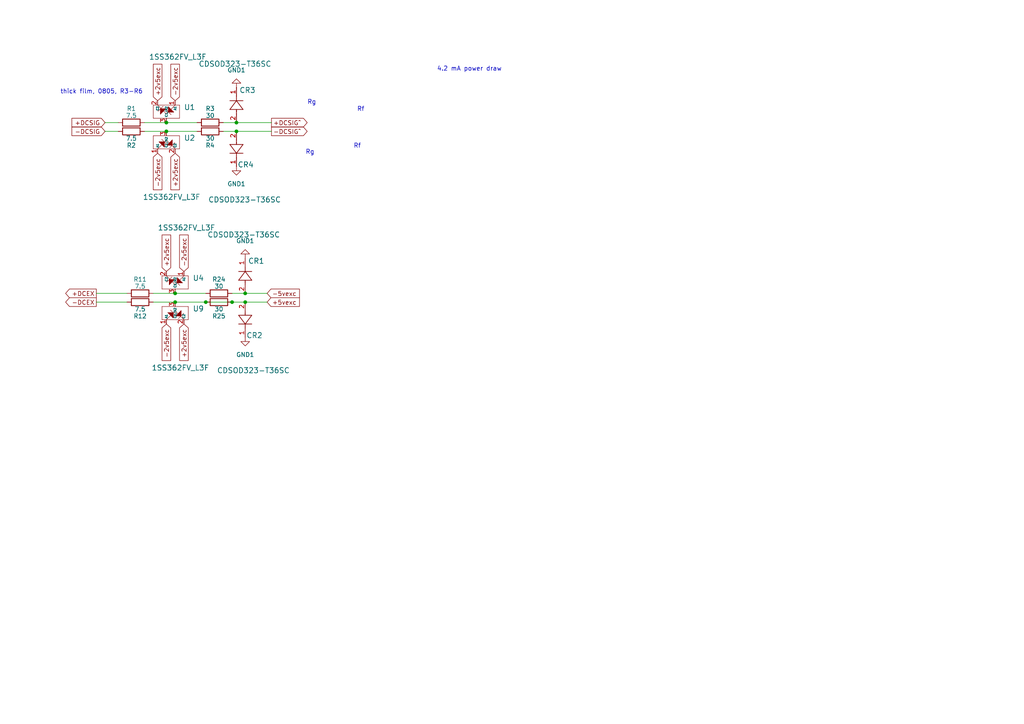
<source format=kicad_sch>
(kicad_sch (version 20231120) (generator "eeschema") (generator_version "8.0")
  (paper "A4")
  (lib_symbols
    (symbol "1SS362FV_L3F_1" (pin_names (offset 0.254))
      (property "Reference" "U" (at 5.08 22.86 0))
      (property "Value" "1SS362FV_L3F" (at 5.08 20.32 0))
      (symbol "1SS362FV_L3F_1_0_1"
        (polyline (pts (xy -3.81 -1.27) (xy 3.81 -1.27)) (stroke (width 0.127)))
        (polyline (pts (xy -3.81 2.54) (xy -3.81 -1.27)) (stroke (width 0.127)))
        (polyline (pts (xy -2.54 -1.27) (xy 0 1.27)) (stroke (width 0.127)))
        (polyline (pts (xy -2.1203 0.75) (xy -0.5963 -0.774)) (stroke (width 0.127)))
        (polyline (pts (xy -1.3583 1.512) (xy 0.1657 -0.012)) (stroke (width 0.127)))
        (polyline (pts (xy -0.5963 0.75) (xy -2.1203 0.75)) (stroke (width 0.127)))
        (polyline (pts (xy -0.5963 0.75) (xy -0.5963 -0.774)) (stroke (width 0.127)))
        (polyline (pts (xy 0 1.27) (xy 2.54 -1.27)) (stroke (width 0.127)))
        (polyline (pts (xy 0.1858 -0.1895) (xy 1.7098 1.3345)) (stroke (width 0.127)))
        (polyline (pts (xy 0.9478 -0.9515) (xy 2.4718 0.5725)) (stroke (width 0.127)))
        (polyline (pts (xy 1.7098 -0.1895) (xy 0.1858 -0.1895)) (stroke (width 0.127)))
        (polyline (pts (xy 1.7098 -0.1895) (xy 1.7098 1.3345)) (stroke (width 0.127)))
        (polyline (pts (xy 3.81 -1.27) (xy 3.81 2.54)) (stroke (width 0.127)))
        (polyline (pts (xy 3.81 2.54) (xy -3.81 2.54)) (stroke (width 0.127)))
        (polyline (pts (xy -2.1203 0.75) (xy -0.5963 0.75) (xy -0.5963 -0.774)) (fill (type outline)))
        (polyline (pts (xy 1.7098 1.3345) (xy 1.7098 -0.1895) (xy 0.1858 -0.1895)) (fill (type outline)))
      )
      (symbol "1SS362FV_L3F_1_1_1"
        (pin unspecified line (at -2.54 -2.54 90) (length 1.27) (name "A1") (number "1"))
        (pin unspecified line (at 2.54 -2.54 90) (length 1.27) (name "C2") (number "2"))
        (pin unspecified line (at 0 3.81 270) (length 1.27) (name "C1/A2") (number "3"))
      )
    )
    (symbol "Device:R" (pin_numbers hide) (pin_names (offset 0))
      (property "Reference" "R" (at 2.032 0 90))
      (property "Value" "R" (at 0 0 90))
      (symbol "R_0_1"
        (rectangle (start -1.016 -2.54) (end 1.016 2.54) (stroke (width 0.254)))
      )
      (symbol "R_1_1"
        (pin passive line (at 0 3.81 270) (length 1.27) (name "~") (number "1"))
        (pin passive line (at 0 -3.81 90) (length 1.27) (name "~") (number "2"))
      )
    )
    (symbol "dyno_inst_sym:1SS362FV_L3F" (pin_names (offset 0.254))
      (property "Reference" "U" (at 5.08 22.86 0))
      (property "Value" "1SS362FV_L3F" (at 5.08 20.32 0))
      (symbol "1SS362FV_L3F_0_1"
        (polyline (pts (xy -3.81 -1.27) (xy 3.81 -1.27)) (stroke (width 0.127)))
        (polyline (pts (xy -3.81 2.54) (xy -3.81 -1.27)) (stroke (width 0.127)))
        (polyline (pts (xy -2.54 -1.27) (xy 0 1.27)) (stroke (width 0.127)))
        (polyline (pts (xy -2.1203 0.75) (xy -0.5963 -0.774)) (stroke (width 0.127)))
        (polyline (pts (xy -1.3583 1.512) (xy 0.1657 -0.012)) (stroke (width 0.127)))
        (polyline (pts (xy -0.5963 0.75) (xy -2.1203 0.75)) (stroke (width 0.127)))
        (polyline (pts (xy -0.5963 0.75) (xy -0.5963 -0.774)) (stroke (width 0.127)))
        (polyline (pts (xy 0 1.27) (xy 2.54 -1.27)) (stroke (width 0.127)))
        (polyline (pts (xy 0.1858 -0.1895) (xy 1.7098 1.3345)) (stroke (width 0.127)))
        (polyline (pts (xy 0.9478 -0.9515) (xy 2.4718 0.5725)) (stroke (width 0.127)))
        (polyline (pts (xy 1.7098 -0.1895) (xy 0.1858 -0.1895)) (stroke (width 0.127)))
        (polyline (pts (xy 1.7098 -0.1895) (xy 1.7098 1.3345)) (stroke (width 0.127)))
        (polyline (pts (xy 3.81 -1.27) (xy 3.81 2.54)) (stroke (width 0.127)))
        (polyline (pts (xy 3.81 2.54) (xy -3.81 2.54)) (stroke (width 0.127)))
        (polyline (pts (xy -2.1203 0.75) (xy -0.5963 0.75) (xy -0.5963 -0.774)) (fill (type outline)))
        (polyline (pts (xy 1.7098 1.3345) (xy 1.7098 -0.1895) (xy 0.1858 -0.1895)) (fill (type outline)))
      )
      (symbol "1SS362FV_L3F_1_1"
        (pin unspecified line (at -2.54 -2.54 90) (length 1.27) (name "A1") (number "1"))
        (pin unspecified line (at 2.54 -2.54 90) (length 1.27) (name "C2") (number "2"))
        (pin unspecified line (at 0 3.81 270) (length 1.27) (name "C1/A2") (number "3"))
      )
    )
    (symbol "dyno_inst_sym:CDSOD323-T36SC" (pin_names (offset 0.254))
      (property "Reference" "CR" (at 5.08 4.445 0))
      (property "Value" "CDSOD323-T36SC" (at 5.08 -3.81 0))
      (symbol "CDSOD323-T36SC_1_1"
        (polyline (pts (xy 2.54 0) (xy 3.4798 0)) (stroke (width 0.2032)))
        (polyline (pts (xy 3.175 0) (xy 3.81 0)) (stroke (width 0.2032)))
        (polyline (pts (xy 3.81 -1.905) (xy 6.35 0)) (stroke (width 0.2032)))
        (polyline (pts (xy 3.81 1.905) (xy 3.81 -1.905)) (stroke (width 0.2032)))
        (polyline (pts (xy 6.35 -1.905) (xy 6.35 1.905)) (stroke (width 0.2032)))
        (polyline (pts (xy 6.35 0) (xy 3.81 1.905)) (stroke (width 0.2032)))
        (polyline (pts (xy 6.35 0) (xy 7.62 0)) (stroke (width 0.2032)))
        (pin unspecified line (at 10.16 0 180) (length 2.54) (name "") (number "1"))
        (pin unspecified line (at 0 0 0) (length 2.54) (name "") (number "2"))
      )
      (symbol "CDSOD323-T36SC_1_2"
        (polyline (pts (xy -1.905 3.81) (xy 1.905 3.81)) (stroke (width 0.2032)))
        (polyline (pts (xy 0 2.54) (xy 0 3.4798)) (stroke (width 0.2032)))
        (polyline (pts (xy 0 3.175) (xy 0 3.81)) (stroke (width 0.2032)))
        (polyline (pts (xy 0 6.35) (xy -1.905 3.81)) (stroke (width 0.2032)))
        (polyline (pts (xy 0 6.35) (xy 0 7.62)) (stroke (width 0.2032)))
        (polyline (pts (xy 1.905 3.81) (xy 0 6.35)) (stroke (width 0.2032)))
        (polyline (pts (xy 1.905 6.35) (xy -1.905 6.35)) (stroke (width 0.2032)))
        (pin unspecified line (at 0 10.16 270) (length 2.54) (name "") (number "1"))
        (pin unspecified line (at 0 0 90) (length 2.54) (name "") (number "2"))
      )
    )
    (symbol "power:GND1" (power) (pin_numbers hide) (pin_names (offset 0) hide)
      (property "Value" "GND1" (at 0 -3.81 0))
      (symbol "GND1_0_1"
        (polyline (pts (xy 0 0) (xy 0 -1.27) (xy 1.27 -1.27) (xy 0 -2.54) (xy -1.27 -1.27) (xy 0 -1.27)))
      )
      (symbol "GND1_1_1"
        (pin power_in line (at 0 0 270) (length 0) (name "~") (number "1"))
      )
    )
  )
  (junction (at 68.58 35.56))
  (junction (at 50.8 87.63))
  (junction (at 48.26 38.1))
  (junction (at 48.26 35.56))
  (junction (at 71.12 87.63))
  (junction (at 68.58 38.1))
  (junction (at 71.12 85.09))
  (junction (at 67.31 87.63))
  (junction (at 50.8 85.09))
  (junction (at 59.69 87.63))
  (wire (pts (xy 64.77 35.56) (xy 68.58 35.56)))
  (wire (pts (xy 64.77 38.1) (xy 68.58 38.1)))
  (wire (pts (xy 68.58 38.1) (xy 78.74 38.1)))
  (wire (pts (xy 71.12 85.09) (xy 77.47 85.09)))
  (wire (pts (xy 41.91 35.56) (xy 48.26 35.56)))
  (wire (pts (xy 44.45 87.63) (xy 50.8 87.63)))
  (wire (pts (xy 71.12 87.63) (xy 77.47 87.63)))
  (wire (pts (xy 48.26 38.1) (xy 57.15 38.1)))
  (wire (pts (xy 30.48 38.1) (xy 34.29 38.1)))
  (wire (pts (xy 50.8 87.63) (xy 59.69 87.63)))
  (wire (pts (xy 27.94 85.09) (xy 36.83 85.09)))
  (wire (pts (xy 59.69 87.63) (xy 67.31 87.63)))
  (wire (pts (xy 27.94 87.63) (xy 36.83 87.63)))
  (wire (pts (xy 48.26 35.56) (xy 57.15 35.56)))
  (wire (pts (xy 44.45 85.09) (xy 50.8 85.09)))
  (wire (pts (xy 67.31 85.09) (xy 71.12 85.09)))
  (wire (pts (xy 67.31 87.63) (xy 71.12 87.63)))
  (wire (pts (xy 68.58 35.56) (xy 78.74 35.56)))
  (wire (pts (xy 41.91 38.1) (xy 48.26 38.1)))
  (wire (pts (xy 50.8 85.09) (xy 59.69 85.09)))
  (wire (pts (xy 30.48 35.56) (xy 34.29 35.56)))
  (text "thick film, 0805, R3-R6" (at 29.464 26.67 0) (effects (font (size 1.27 1.27))))
  (text "Rf" (at 104.648 31.75 0) (effects (font (size 1.27 1.27))))
  (text "Rg" (at 89.916 44.196 0) (effects (font (size 1.27 1.27))))
  (text "4.2 mA power draw" (at 136.144 20.066 0) (effects (font (size 1.27 1.27))))
  (text "Rg" (at 90.424 29.718 0) (effects (font (size 1.27 1.27))))
  (text "Rf" (at 103.632 42.418 0) (effects (font (size 1.27 1.27))))
  (global_label "-DCSIG^" (shape output) (at 78.74 38.1 0) (property "Intersheetrefs" "${INTERSHEET_REFS}" (effects (hide yes))))
  (global_label "+2v5exc" (shape input) (at 48.26 78.74 90) (property "Intersheetrefs" "${INTERSHEET_REFS}" (effects (hide yes))))
  (global_label "-DCSIG" (shape input) (at 30.48 38.1 180) (property "Intersheetrefs" "${INTERSHEET_REFS}" (effects (hide yes))))
  (global_label "-DCEX" (shape output) (at 27.94 87.63 180) (property "Intersheetrefs" "${INTERSHEET_REFS}" (effects (hide yes))))
  (global_label "+DCEX" (shape output) (at 27.94 85.09 180) (property "Intersheetrefs" "${INTERSHEET_REFS}" (effects (hide yes))))
  (global_label "+2v5exc" (shape input) (at 45.72 29.21 90) (property "Intersheetrefs" "${INTERSHEET_REFS}" (effects (hide yes))))
  (global_label "-2v5exc" (shape input) (at 50.8 29.21 90) (property "Intersheetrefs" "${INTERSHEET_REFS}" (effects (hide yes))))
  (global_label "-2v5exc" (shape input) (at 48.26 93.98 270) (property "Intersheetrefs" "${INTERSHEET_REFS}" (effects (hide yes))))
  (global_label "-2v5exc" (shape input) (at 45.72 44.45 270) (property "Intersheetrefs" "${INTERSHEET_REFS}" (effects (hide yes))))
  (global_label "+2v5exc" (shape input) (at 50.8 44.45 270) (property "Intersheetrefs" "${INTERSHEET_REFS}" (effects (hide yes))))
  (global_label "+2v5exc" (shape input) (at 53.34 93.98 270) (property "Intersheetrefs" "${INTERSHEET_REFS}" (effects (hide yes))))
  (global_label "-2v5exc" (shape input) (at 53.34 78.74 90) (property "Intersheetrefs" "${INTERSHEET_REFS}" (effects (hide yes))))
  (global_label "+DCSIG" (shape input) (at 30.48 35.56 180) (property "Intersheetrefs" "${INTERSHEET_REFS}" (effects (hide yes))))
  (global_label "-5vexc" (shape input) (at 77.47 85.09 0) (property "Intersheetrefs" "${INTERSHEET_REFS}" (effects (hide yes))))
  (global_label "+DCSIG^" (shape output) (at 78.74 35.56 0) (property "Intersheetrefs" "${INTERSHEET_REFS}" (effects (hide yes))))
  (global_label "+5vexc" (shape input) (at 77.47 87.63 0) (property "Intersheetrefs" "${INTERSHEET_REFS}" (effects (hide yes))))
  (symbol (lib_name "1SS362FV_L3F_1") (lib_id "dyno_inst_sym:1SS362FV_L3F") (at 50.8 91.44 0) (unit 1)
    (property "Reference" "U9" (at 55.88 89.5349 0) (effects (font (size 1.524 1.524)) (justify left)))
    (property "Value" "1SS362FV_L3F" (at 43.942 106.68 0) (effects (font (size 1.524 1.524)) (justify left)))
    (property "Footprint" "SOT-723   VESM_TOS" (effects (hide yes)))
    (property "Datasheet" "1SS362FV_L3F" (effects (hide yes)))
  )
  (symbol (lib_id "power:GND1") (at 71.12 97.79 0) (unit 1)
    (property "Reference" "#PWR02" (effects (hide yes)))
    (property "Value" "GND1" (at 71.12 102.87 0))
    (property "Description" "Power symbol creates a global label with name \"GND1\" , ground" (effects (hide yes)))
  )
  (symbol (lib_id "dyno_inst_sym:CDSOD323-T36SC") (at 68.58 38.1 90) (mirror x) (unit 1)
    (property "Reference" "CR4" (at 73.66 47.752 90) (effects (font (size 1.524 1.524)) (justify left)))
    (property "Value" "CDSOD323-T36SC" (at 81.534 57.912 90) (effects (font (size 1.524 1.524)) (justify left)))
    (property "Footprint" "DIODE_CDSOD323-T36SC_BRN" (effects (hide yes)))
    (property "Datasheet" "CDSOD323-T36SC" (effects (hide yes)))
  )
  (symbol (lib_id "power:GND1") (at 68.58 48.26 0) (unit 1)
    (property "Reference" "#PWR010" (effects (hide yes)))
    (property "Value" "GND1" (at 68.58 53.34 0))
    (property "Description" "Power symbol creates a global label with name \"GND1\" , ground" (effects (hide yes)))
  )
  (symbol (lib_id "power:GND1") (at 71.12 74.93 180) (unit 1)
    (property "Reference" "#PWR01" (effects (hide yes)))
    (property "Value" "GND1" (at 71.12 69.85 0))
    (property "Description" "Power symbol creates a global label with name \"GND1\" , ground" (effects (hide yes)))
  )
  (symbol (lib_id "Device:R") (at 38.1 35.56 90) (mirror x) (unit 1)
    (property "Reference" "R1" (at 38.1 31.496 90))
    (property "Value" "7.5" (at 38.1 33.528 90))
    (property "Description" "Resistor" (effects (hide yes)))
  )
  (symbol (lib_id "dyno_inst_sym:1SS362FV_L3F") (at 50.8 81.28 180) (unit 1)
    (property "Reference" "U4" (at 55.88 80.6449 0) (effects (font (size 1.524 1.524)) (justify right)))
    (property "Value" "1SS362FV_L3F" (at 45.72 66.04 0) (effects (font (size 1.524 1.524)) (justify right)))
    (property "Footprint" "SOT-723   VESM_TOS" (effects (hide yes)))
    (property "Datasheet" "1SS362FV_L3F" (effects (hide yes)))
  )
  (symbol (lib_id "Device:R") (at 60.96 38.1 90) (unit 1)
    (property "Reference" "R4" (at 60.96 42.164 90))
    (property "Value" "30" (at 60.96 40.132 90))
    (property "Description" "Resistor" (effects (hide yes)))
  )
  (symbol (lib_id "Device:R") (at 63.5 87.63 90) (unit 1)
    (property "Reference" "R25" (at 63.5 91.694 90))
    (property "Value" "30" (at 63.5 89.662 90))
    (property "Description" "Resistor" (effects (hide yes)))
  )
  (symbol (lib_id "dyno_inst_sym:CDSOD323-T36SC") (at 71.12 85.09 90) (unit 1)
    (property "Reference" "CR1" (at 76.708 75.692 90) (effects (font (size 1.524 1.524)) (justify left)))
    (property "Value" "CDSOD323-T36SC" (at 81.28 68.072 90) (effects (font (size 1.524 1.524)) (justify left)))
    (property "Footprint" "DIODE_CDSOD323-T36SC_BRN" (effects (hide yes)))
    (property "Datasheet" "CDSOD323-T36SC" (effects (hide yes)))
  )
  (symbol (lib_id "Device:R") (at 60.96 35.56 90) (mirror x) (unit 1)
    (property "Reference" "R3" (at 60.96 31.496 90))
    (property "Value" "30" (at 60.96 33.528 90))
    (property "Description" "Resistor" (effects (hide yes)))
  )
  (symbol (lib_id "Device:R") (at 38.1 38.1 90) (unit 1)
    (property "Reference" "R2" (at 38.1 42.164 90))
    (property "Value" "7.5" (at 38.1 40.132 90))
    (property "Description" "Resistor" (effects (hide yes)))
  )
  (symbol (lib_id "Device:R") (at 40.64 85.09 90) (mirror x) (unit 1)
    (property "Reference" "R11" (at 40.64 81.026 90))
    (property "Value" "7.5" (at 40.64 83.058 90))
    (property "Description" "Resistor" (effects (hide yes)))
  )
  (symbol (lib_name "1SS362FV_L3F_1") (lib_id "dyno_inst_sym:1SS362FV_L3F") (at 48.26 41.91 0) (unit 1)
    (property "Reference" "U2" (at 53.34 40.0049 0) (effects (font (size 1.524 1.524)) (justify left)))
    (property "Value" "1SS362FV_L3F" (at 41.402 57.15 0) (effects (font (size 1.524 1.524)) (justify left)))
    (property "Footprint" "SOT-723   VESM_TOS" (effects (hide yes)))
    (property "Datasheet" "1SS362FV_L3F" (effects (hide yes)))
  )
  (symbol (lib_id "dyno_inst_sym:1SS362FV_L3F") (at 48.26 31.75 180) (unit 1)
    (property "Reference" "U1" (at 53.34 31.1149 0) (effects (font (size 1.524 1.524)) (justify right)))
    (property "Value" "1SS362FV_L3F" (at 43.18 16.51 0) (effects (font (size 1.524 1.524)) (justify right)))
    (property "Footprint" "SOT-723   VESM_TOS" (effects (hide yes)))
    (property "Datasheet" "1SS362FV_L3F" (effects (hide yes)))
  )
  (symbol (lib_id "power:GND1") (at 68.58 25.4 180) (unit 1)
    (property "Reference" "#PWR09" (effects (hide yes)))
    (property "Value" "GND1" (at 68.58 20.32 0))
    (property "Description" "Power symbol creates a global label with name \"GND1\" , ground" (effects (hide yes)))
  )
  (symbol (lib_id "dyno_inst_sym:CDSOD323-T36SC") (at 71.12 87.63 90) (mirror x) (unit 1)
    (property "Reference" "CR2" (at 76.2 97.282 90) (effects (font (size 1.524 1.524)) (justify left)))
    (property "Value" "CDSOD323-T36SC" (at 84.074 107.442 90) (effects (font (size 1.524 1.524)) (justify left)))
    (property "Footprint" "DIODE_CDSOD323-T36SC_BRN" (effects (hide yes)))
    (property "Datasheet" "CDSOD323-T36SC" (effects (hide yes)))
  )
  (symbol (lib_id "Device:R") (at 40.64 87.63 90) (unit 1)
    (property "Reference" "R12" (at 40.64 91.694 90))
    (property "Value" "7.5" (at 40.64 89.662 90))
    (property "Description" "Resistor" (effects (hide yes)))
  )
  (symbol (lib_id "Device:R") (at 63.5 85.09 90) (mirror x) (unit 1)
    (property "Reference" "R24" (at 63.5 81.026 90))
    (property "Value" "30" (at 63.5 83.058 90))
    (property "Description" "Resistor" (effects (hide yes)))
  )
  (symbol (lib_id "dyno_inst_sym:CDSOD323-T36SC") (at 68.58 35.56 90) (unit 1)
    (property "Reference" "CR3" (at 74.168 26.162 90) (effects (font (size 1.524 1.524)) (justify left)))
    (property "Value" "CDSOD323-T36SC" (at 78.74 18.542 90) (effects (font (size 1.524 1.524)) (justify left)))
    (property "Footprint" "DIODE_CDSOD323-T36SC_BRN" (effects (hide yes)))
    (property "Datasheet" "CDSOD323-T36SC" (effects (hide yes)))
  )
)
</source>
